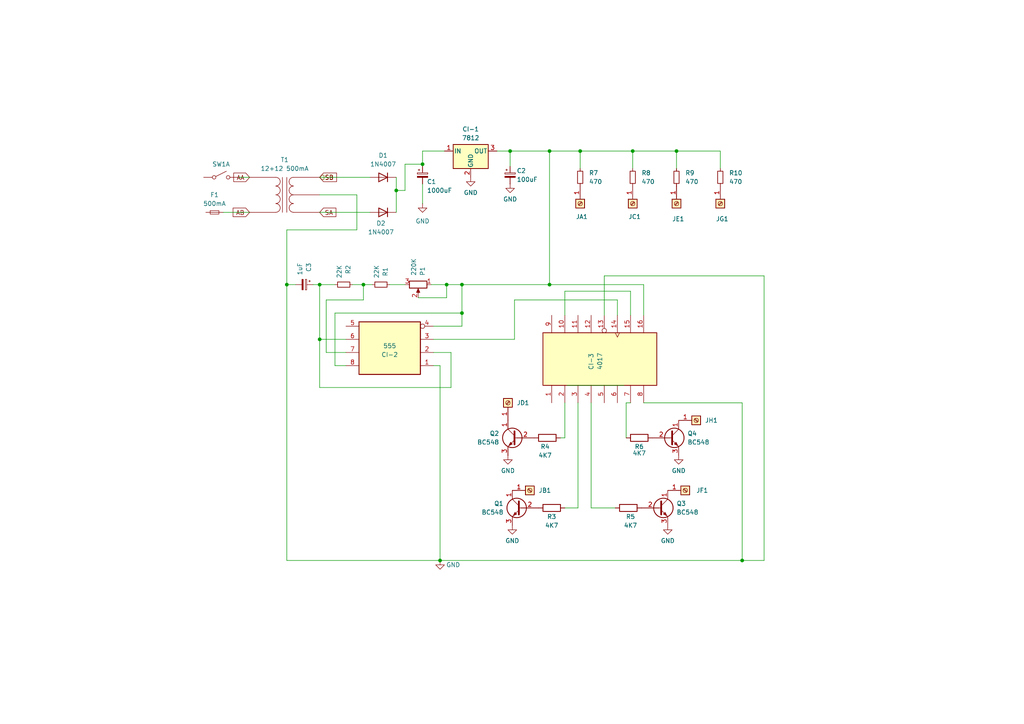
<source format=kicad_sch>
(kicad_sch (version 20231120) (generator "eeschema") (generator_version "8.0")
  (paper "A4")
  (title_block (title "Pisca de Natal - Sem Led"))
  (lib_symbols
    (symbol "4xxx:4017" (pin_names (offset 1.016) hide)
      (property "Reference" "CI-3" (at -3.175 1.27 0))
      (property "Value" "4017" (at -3.175 -1.27 0))
      (symbol "4017_1_0"
        (pin output line (at -12.7 12.7 0) (length 5.08) (name "Q5") (number "1"))
        (pin output line (at 12.7 8.89 180) (length 5.08) (name "Q4") (number "10"))
        (pin output line (at 12.7 5.08 180) (length 5.08) (name "Q9") (number "11"))
        (pin output line (at 12.7 1.27 180) (length 5.08) (name "Cout") (number "12"))
        (pin input inverted (at 12.7 -2.54 180) (length 5.08) (name "CKEN") (number "13"))
        (pin input clock (at 12.7 -6.35 180) (length 5.08) (name "CLK") (number "14"))
        (pin input line (at 12.7 -10.16 180) (length 5.08) (name "Reset") (number "15"))
        (pin power_in line (at 12.7 -13.97 180) (length 5.08) (name "VDD") (number "16"))
        (pin output line (at -12.7 8.89 0) (length 5.08) (name "Q1") (number "2"))
        (pin output line (at -12.7 5.08 0) (length 5.08) (name "Q0") (number "3"))
        (pin output line (at -12.7 1.27 0) (length 5.08) (name "Q2") (number "4"))
        (pin output line (at -12.7 -2.54 0) (length 5.08) (name "Q6") (number "5"))
        (pin output line (at -12.7 -6.35 0) (length 5.08) (name "Q7") (number "6"))
        (pin output line (at -12.7 -10.16 0) (length 5.08) (name "Q3") (number "7"))
        (pin power_in line (at -12.7 -13.97 0) (length 5.08) (name "VSS") (number "8"))
        (pin output line (at 12.7 12.7 180) (length 5.08) (name "Q8") (number "9"))
      )
      (symbol "4017_1_1"
        (rectangle (start -7.62 15.24) (end 7.62 -17.78) (stroke (width 0.254)) (fill (type background)))
      )
    )
    (symbol "Connector:Screw_Terminal_01x01" (pin_names (offset 1.016) hide)
      (property "Reference" "J" (at 0 2.54 0))
      (property "Value" "Screw_Terminal_01x01" (at 0 -2.54 0))
      (symbol "Screw_Terminal_01x01_1_1"
        (rectangle (start -1.27 1.27) (end 1.27 -1.27) (stroke (width 0.254)) (fill (type background)))
        (polyline (pts (xy -0.5334 0.3302) (xy 0.3302 -0.508)) (stroke (width 0.1524)))
        (polyline (pts (xy -0.3556 0.508) (xy 0.508 -0.3302)) (stroke (width 0.1524)))
        (circle (center 0 0) (radius 0.635) (stroke (width 0.1524)))
        (pin passive line (at -5.08 0 0) (length 3.81) (name "Pin_1") (number "1"))
      )
    )
    (symbol "Device:C_Polarized_Small" (pin_numbers hide) (pin_names (offset 0.254) hide)
      (property "Reference" "C" (at 0.254 1.778 0))
      (property "Value" "C_Polarized_Small" (at 0.254 -2.032 0))
      (symbol "C_Polarized_Small_0_1"
        (rectangle (start -1.524 -0.3048) (end 1.524 -0.6858) (fill (type outline)))
        (rectangle (start -1.524 0.6858) (end 1.524 0.3048))
        (polyline (pts (xy -1.27 1.524) (xy -0.762 1.524)))
        (polyline (pts (xy -1.016 1.27) (xy -1.016 1.778)))
      )
      (symbol "C_Polarized_Small_1_1"
        (pin passive line (at 0 2.54 270) (length 1.8542) (name "~") (number "1"))
        (pin passive line (at 0 -2.54 90) (length 1.8542) (name "~") (number "2"))
      )
    )
    (symbol "Device:Fuse_Small" (pin_numbers hide) (pin_names (offset 0.254) hide)
      (property "Reference" "F" (at 0 -1.524 0))
      (property "Value" "Fuse_Small" (at 0 1.524 0))
      (symbol "Fuse_Small_0_1"
        (rectangle (start -1.27 0.508) (end 1.27 -0.508))
        (polyline (pts (xy -1.27 0) (xy 1.27 0)))
      )
      (symbol "Fuse_Small_1_1"
        (pin passive line (at -2.54 0 0) (length 1.27) (name "~") (number "1"))
        (pin passive line (at 2.54 0 180) (length 1.27) (name "~") (number "2"))
      )
    )
    (symbol "Device:R" (pin_numbers hide) (pin_names (offset 0))
      (property "Reference" "R" (at 2.032 0 90))
      (property "Value" "R" (at 0 0 90))
      (symbol "R_0_1"
        (rectangle (start -1.016 -2.54) (end 1.016 2.54) (stroke (width 0.254)))
      )
      (symbol "R_1_1"
        (pin passive line (at 0 3.81 270) (length 1.27) (name "~") (number "1"))
        (pin passive line (at 0 -3.81 90) (length 1.27) (name "~") (number "2"))
      )
    )
    (symbol "Device:R_Potentiometer" (pin_names (offset 1.016) hide)
      (property "Reference" "RV" (at -4.445 0 90))
      (property "Value" "R_Potentiometer" (at -2.54 0 90))
      (symbol "R_Potentiometer_0_1"
        (polyline (pts (xy 2.54 0) (xy 1.524 0)))
        (polyline (pts (xy 1.143 0) (xy 2.286 0.508) (xy 2.286 -0.508) (xy 1.143 0)) (fill (type outline)))
        (rectangle (start 1.016 2.54) (end -1.016 -2.54) (stroke (width 0.254)))
      )
      (symbol "R_Potentiometer_1_1"
        (pin passive line (at 0 3.81 270) (length 1.27) (name "1") (number "1"))
        (pin passive line (at 3.81 0 180) (length 1.27) (name "2") (number "2"))
        (pin passive line (at 0 -3.81 90) (length 1.27) (name "3") (number "3"))
      )
    )
    (symbol "Device:R_Small" (pin_numbers hide) (pin_names (offset 0.254) hide)
      (property "Reference" "R" (at 0.762 0.508 0))
      (property "Value" "R_Small" (at 0.762 -1.016 0))
      (symbol "R_Small_0_1"
        (rectangle (start -0.762 1.778) (end 0.762 -1.778) (stroke (width 0.2032)))
      )
      (symbol "R_Small_1_1"
        (pin passive line (at 0 2.54 270) (length 0.762) (name "~") (number "1"))
        (pin passive line (at 0 -2.54 90) (length 0.762) (name "~") (number "2"))
      )
    )
    (symbol "Device:Transformer_1P_SS" (pin_numbers hide) (pin_names (offset 1.016) hide)
      (property "Reference" "T" (at 0 6.35 0))
      (property "Value" "Transformer_1P_SS" (at 0 -7.62 0))
      (symbol "Transformer_1P_SS_0_1"
        (arc (start -2.54 -5.0546) (mid -1.6599 -4.6901) (end -1.27 -3.81))
        (arc (start -2.54 -2.5146) (mid -1.6599 -2.1501) (end -1.27 -1.27))
        (arc (start -2.54 0.0254) (mid -1.6599 0.3899) (end -1.27 1.27))
        (arc (start -2.54 2.5654) (mid -1.6599 2.9299) (end -1.27 3.81))
        (arc (start -1.27 -3.81) (mid -1.642 -2.912) (end -2.54 -2.54))
        (arc (start -1.27 -1.27) (mid -1.642 -0.372) (end -2.54 0))
        (arc (start -1.27 1.27) (mid -1.642 2.168) (end -2.54 2.54))
        (arc (start -1.27 3.81) (mid -1.642 4.708) (end -2.54 5.08))
        (polyline (pts (xy -0.635 5.08) (xy -0.635 -5.08)))
        (polyline (pts (xy 0.635 -5.08) (xy 0.635 5.08)))
        (arc (start 1.2954 -1.27) (mid 1.6599 -2.1501) (end 2.54 -2.5146))
        (arc (start 1.2954 1.27) (mid 1.6599 0.3899) (end 2.54 0.0254))
        (arc (start 1.2954 3.81) (mid 1.6599 2.9299) (end 2.54 2.5654))
        (arc (start 1.3208 -3.81) (mid 1.6853 -4.6901) (end 2.5654 -5.0546))
        (arc (start 2.54 0) (mid 1.642 -0.372) (end 1.2954 -1.27))
        (arc (start 2.54 2.54) (mid 1.642 2.168) (end 1.2954 1.27))
        (arc (start 2.54 5.08) (mid 1.642 4.708) (end 1.2954 3.81))
        (arc (start 2.5654 -2.54) (mid 1.6674 -2.912) (end 1.3208 -3.81))
      )
      (symbol "Transformer_1P_SS_1_1"
        (pin passive line (at -10.16 5.08 0) (length 7.62) (name "AA") (number "1"))
        (pin passive line (at -10.16 -5.08 0) (length 7.62) (name "AB") (number "2"))
        (pin passive line (at 10.16 -5.08 180) (length 7.62) (name "SA") (number "3"))
        (pin passive line (at 10.16 0 180) (length 7.62) (name "SC") (number "4"))
        (pin passive line (at 10.16 5.08 180) (length 7.62) (name "SB") (number "5"))
      )
    )
    (symbol "Diode:1N4007" (pin_numbers hide) (pin_names hide)
      (property "Reference" "D" (at 0 2.54 0))
      (property "Value" "1N4007" (at 0 -2.54 0))
      (symbol "1N4007_0_1"
        (polyline (pts (xy -1.27 1.27) (xy -1.27 -1.27)) (stroke (width 0.254)))
        (polyline (pts (xy 1.27 0) (xy -1.27 0)))
        (polyline (pts (xy 1.27 1.27) (xy 1.27 -1.27) (xy -1.27 0) (xy 1.27 1.27)) (stroke (width 0.254)))
      )
      (symbol "1N4007_1_1"
        (pin passive line (at -3.81 0 0) (length 2.54) (name "K") (number "1"))
        (pin passive line (at 3.81 0 180) (length 2.54) (name "A") (number "2"))
      )
    )
    (symbol "ICM7555xB_1" (pin_names hide)
      (property "Reference" "CI-2" (at 0 1.905 0))
      (property "Value" "555" (at 0 -0.635 0))
      (symbol "ICM7555xB_1_0_1"
        (rectangle (start -8.89 -7.62) (end 8.89 7.62) (stroke (width 0.254)) (fill (type background)))
        (rectangle (start -8.89 -7.62) (end 8.89 7.62) (stroke (width 0.254)) (fill (type background)))
      )
      (symbol "ICM7555xB_1_1_0"
        (pin power_in line (at -12.7 5.08 0) (length 3.81) (name "GND") (number "1"))
        (pin power_in line (at 12.7 5.08 180) (length 3.81) (name "VCC") (number "8"))
      )
      (symbol "ICM7555xB_1_1_1"
        (pin input line (at -12.7 1.27 0) (length 3.81) (name "TR") (number "2"))
        (pin output line (at -12.7 -2.54 0) (length 3.81) (name "Q") (number "3"))
        (pin input inverted (at -12.7 -6.35 0) (length 3.81) (name "R") (number "4"))
        (pin input line (at 12.7 -6.35 180) (length 3.81) (name "CV") (number "5"))
        (pin input line (at 12.7 -2.54 180) (length 3.81) (name "THR") (number "6"))
        (pin input line (at 12.7 1.27 180) (length 3.81) (name "DIS") (number "7"))
      )
    )
    (symbol "Regulator_Linear:L7812" (pin_names (offset 0.254))
      (property "Reference" "U" (at -3.81 3.175 0))
      (property "Value" "L7812" (at 0 3.175 0))
      (symbol "L7812_0_1"
        (rectangle (start -5.08 1.905) (end 5.08 -5.08) (stroke (width 0.254)) (fill (type background)))
      )
      (symbol "L7812_1_1"
        (pin power_in line (at -7.62 0 0) (length 2.54) (name "IN") (number "1"))
        (pin power_in line (at 0 -7.62 90) (length 2.54) (name "GND") (number "2"))
        (pin power_out line (at 7.62 0 180) (length 2.54) (name "OUT") (number "3"))
      )
    )
    (symbol "Switch:SW_DPST_x2" (pin_numbers hide) (pin_names (offset 0) hide)
      (property "Reference" "SW" (at 0 3.175 0))
      (property "Value" "SW_DPST_x2" (at 0 -2.54 0))
      (symbol "SW_DPST_x2_0_0"
        (circle (center -2.032 0) (radius 0.508))
        (polyline (pts (xy -1.524 0.254) (xy 1.524 1.778)))
        (circle (center 2.032 0) (radius 0.508))
      )
      (symbol "SW_DPST_x2_1_1"
        (pin passive line (at -5.08 0 0) (length 2.54) (name "A") (number "1"))
        (pin passive line (at 5.08 0 180) (length 2.54) (name "B") (number "2"))
      )
      (symbol "SW_DPST_x2_2_1"
        (pin passive line (at -5.08 0 0) (length 2.54) (name "A") (number "3"))
        (pin passive line (at 5.08 0 180) (length 2.54) (name "B") (number "4"))
      )
    )
    (symbol "Transistor_BJT:BC548" (pin_names (offset 0) hide)
      (property "Reference" "Q" (at 5.08 1.905 0))
      (property "Value" "BC548" (at 5.08 0 0))
      (symbol "BC548_0_1"
        (polyline (pts (xy 0 0) (xy 0.635 0)))
        (polyline (pts (xy 0.635 0.635) (xy 2.54 2.54)))
        (polyline (pts (xy 0.635 -0.635) (xy 2.54 -2.54) (xy 2.54 -2.54)))
        (polyline (pts (xy 0.635 1.905) (xy 0.635 -1.905) (xy 0.635 -1.905)) (stroke (width 0.508)))
        (polyline (pts (xy 1.27 -1.778) (xy 1.778 -1.27) (xy 2.286 -2.286) (xy 1.27 -1.778) (xy 1.27 -1.778)) (fill (type outline)))
        (circle (center 1.27 0) (radius 2.8194) (stroke (width 0.254)))
      )
      (symbol "BC548_1_1"
        (pin passive line (at 2.54 5.08 270) (length 2.54) (name "C") (number "1"))
        (pin input line (at -5.08 0 0) (length 5.08) (name "B") (number "2"))
        (pin passive line (at 2.54 -5.08 90) (length 2.54) (name "E") (number "3"))
      )
    )
    (symbol "power:GND" (power) (pin_numbers hide) (pin_names (offset 0) hide)
      (property "Value" "GND" (at 0 -3.81 0))
      (symbol "GND_0_1"
        (polyline (pts (xy 0 0) (xy 0 -1.27) (xy 1.27 -1.27) (xy 0 -2.54) (xy -1.27 -1.27) (xy 0 -1.27)))
      )
      (symbol "GND_1_1"
        (pin power_in line (at 0 0 270) (length 0) (name "~") (number "1"))
      )
    )
  )
  (junction (at 92.71 98.425))
  (junction (at 114.935 55.245))
  (junction (at 129.54 82.55))
  (junction (at 147.955 43.815))
  (junction (at 168.275 43.815))
  (junction (at 127.635 162.56))
  (junction (at 196.215 43.815))
  (junction (at 105.41 82.55))
  (junction (at 92.71 82.55))
  (junction (at 122.555 47.625))
  (junction (at 83.185 82.55))
  (junction (at 133.985 82.55))
  (junction (at 183.515 43.815))
  (junction (at 133.985 90.805))
  (junction (at 159.385 82.55))
  (junction (at 215.265 162.56))
  (junction (at 159.385 43.815))
  (wire (pts (xy 121.285 86.36) (xy 129.54 86.36)))
  (wire (pts (xy 147.955 43.815) (xy 144.145 43.815)))
  (wire (pts (xy 103.505 56.515) (xy 103.505 66.675)))
  (wire (pts (xy 129.54 82.55) (xy 133.985 82.55)))
  (wire (pts (xy 163.83 91.44) (xy 163.83 84.455)))
  (wire (pts (xy 130.81 112.395) (xy 92.71 112.395)))
  (wire (pts (xy 72.39 61.595) (xy 64.77 61.595)))
  (wire (pts (xy 159.385 82.55) (xy 186.69 82.55)))
  (wire (pts (xy 125.73 94.615) (xy 133.985 94.615)))
  (wire (pts (xy 186.69 91.44) (xy 186.69 82.55)))
  (wire (pts (xy 179.07 86.995) (xy 179.07 91.44)))
  (wire (pts (xy 186.69 116.84) (xy 215.265 116.84)))
  (wire (pts (xy 122.555 47.625) (xy 122.555 48.26)))
  (wire (pts (xy 208.915 43.815) (xy 208.915 48.895)))
  (wire (pts (xy 92.71 98.425) (xy 92.71 112.395)))
  (wire (pts (xy 83.185 66.675) (xy 83.185 82.55)))
  (wire (pts (xy 181.61 116.84) (xy 182.88 116.84)))
  (wire (pts (xy 122.555 43.815) (xy 128.905 43.815)))
  (wire (pts (xy 175.26 91.44) (xy 175.26 80.01)))
  (wire (pts (xy 102.235 82.55) (xy 105.41 82.55)))
  (wire (pts (xy 97.155 106.045) (xy 100.33 106.045)))
  (wire (pts (xy 159.385 43.815) (xy 159.385 82.55)))
  (wire (pts (xy 168.275 43.815) (xy 183.515 43.815)))
  (wire (pts (xy 147.955 43.815) (xy 159.385 43.815)))
  (wire (pts (xy 92.71 51.435) (xy 107.315 51.435)))
  (wire (pts (xy 149.225 86.995) (xy 179.07 86.995)))
  (wire (pts (xy 94.615 102.235) (xy 94.615 86.995)))
  (wire (pts (xy 159.385 43.815) (xy 168.275 43.815)))
  (wire (pts (xy 181.61 116.84) (xy 181.61 127)))
  (wire (pts (xy 114.935 55.245) (xy 114.935 61.595)))
  (wire (pts (xy 221.615 80.01) (xy 221.615 162.56)))
  (wire (pts (xy 114.935 51.435) (xy 114.935 55.245)))
  (wire (pts (xy 163.83 84.455) (xy 182.88 84.455)))
  (wire (pts (xy 182.88 84.455) (xy 182.88 91.44)))
  (wire (pts (xy 183.515 43.815) (xy 183.515 48.895)))
  (wire (pts (xy 125.095 82.55) (xy 129.54 82.55)))
  (wire (pts (xy 163.83 147.32) (xy 167.64 147.32)))
  (wire (pts (xy 83.185 66.675) (xy 103.505 66.675)))
  (wire (pts (xy 92.71 98.425) (xy 100.33 98.425)))
  (wire (pts (xy 168.275 43.815) (xy 168.275 48.895)))
  (wire (pts (xy 162.56 127) (xy 163.83 127)))
  (wire (pts (xy 90.805 82.55) (xy 92.71 82.55)))
  (wire (pts (xy 103.505 56.515) (xy 92.71 56.515)))
  (wire (pts (xy 149.225 86.995) (xy 149.225 98.425)))
  (wire (pts (xy 215.265 116.84) (xy 215.265 162.56)))
  (wire (pts (xy 69.215 51.435) (xy 72.39 51.435)))
  (wire (pts (xy 117.475 47.625) (xy 117.475 55.245)))
  (wire (pts (xy 97.155 90.805) (xy 133.985 90.805)))
  (wire (pts (xy 171.45 116.84) (xy 171.45 147.32)))
  (wire (pts (xy 133.985 94.615) (xy 133.985 90.805)))
  (wire (pts (xy 105.41 82.55) (xy 107.95 82.55)))
  (wire (pts (xy 122.555 43.815) (xy 122.555 47.625)))
  (wire (pts (xy 94.615 86.995) (xy 105.41 86.995)))
  (wire (pts (xy 92.71 98.425) (xy 92.71 82.55)))
  (wire (pts (xy 130.81 102.235) (xy 125.73 102.235)))
  (wire (pts (xy 175.26 80.01) (xy 221.615 80.01)))
  (wire (pts (xy 196.215 43.815) (xy 208.915 43.815)))
  (wire (pts (xy 163.83 116.84) (xy 163.83 127)))
  (wire (pts (xy 130.81 102.235) (xy 130.81 112.395)))
  (wire (pts (xy 83.185 82.55) (xy 85.725 82.55)))
  (wire (pts (xy 215.265 162.56) (xy 221.615 162.56)))
  (wire (pts (xy 196.215 43.815) (xy 196.215 48.895)))
  (wire (pts (xy 92.71 82.55) (xy 97.155 82.55)))
  (wire (pts (xy 149.225 98.425) (xy 125.73 98.425)))
  (wire (pts (xy 171.45 147.32) (xy 178.435 147.32)))
  (wire (pts (xy 97.155 90.805) (xy 97.155 106.045)))
  (wire (pts (xy 83.185 162.56) (xy 127.635 162.56)))
  (wire (pts (xy 122.555 53.34) (xy 122.555 59.055)))
  (wire (pts (xy 105.41 82.55) (xy 105.41 86.995)))
  (wire (pts (xy 147.955 48.26) (xy 147.955 43.815)))
  (wire (pts (xy 125.73 106.045) (xy 127.635 106.045)))
  (wire (pts (xy 127.635 162.56) (xy 215.265 162.56)))
  (wire (pts (xy 100.33 102.235) (xy 94.615 102.235)))
  (wire (pts (xy 133.985 82.55) (xy 133.985 90.805)))
  (wire (pts (xy 92.71 61.595) (xy 107.315 61.595)))
  (wire (pts (xy 164.465 111.76) (xy 180.975 111.76)))
  (wire (pts (xy 83.185 162.56) (xy 83.185 82.55)))
  (wire (pts (xy 129.54 86.36) (xy 129.54 82.55)))
  (wire (pts (xy 167.64 147.32) (xy 167.64 116.84)))
  (wire (pts (xy 127.635 106.045) (xy 127.635 162.56)))
  (wire (pts (xy 117.475 47.625) (xy 122.555 47.625)))
  (wire (pts (xy 183.515 43.815) (xy 196.215 43.815)))
  (wire (pts (xy 117.475 55.245) (xy 114.935 55.245)))
  (wire (pts (xy 133.985 82.55) (xy 159.385 82.55)))
  (wire (pts (xy 117.475 82.55) (xy 113.03 82.55)))
  (global_label "SA" (shape input) (at 92.71 61.595 0) (property "Intersheetrefs" "${INTERSHEET_REFS}" (effects (hide yes))))
  (global_label "AA" (shape input) (at 72.39 51.435 180) (property "Intersheetrefs" "${INTERSHEET_REFS}" (effects (hide yes))))
  (global_label "SB" (shape input) (at 92.71 51.435 0) (property "Intersheetrefs" "${INTERSHEET_REFS}" (effects (hide yes))))
  (global_label "AB" (shape input) (at 72.39 61.595 180) (property "Intersheetrefs" "${INTERSHEET_REFS}" (effects (hide yes))))
  (hierarchical_label "SB" (shape input) (at 92.71 51.435 0))
  (symbol (lib_id "Connector:Screw_Terminal_01x01") (at 196.215 59.055 270) (unit 1)
    (property "Reference" "JE1" (at 194.945 63.5 90) (effects (justify left)))
    (property "Value" "Screw_Terminal_01x01" (effects (hide yes)))
    (property "Footprint" "Connector_Wire:SolderWire-0.5sqmm_1x01_D0.9mm_OD2.1mm" (effects (hide yes)))
    (property "Description" "Generic screw terminal, single row, 01x01, script generated (kicad-library-utils/schlib/autogen/connector/)" (effects (hide yes)))
  )
  (symbol (lib_id "Connector:Screw_Terminal_01x01") (at 153.67 142.24 0) (unit 1)
    (property "Reference" "JB1" (at 156.21 142.2399 0) (effects (justify left)))
    (property "Value" "Screw_Terminal_01x01" (effects (hide yes)))
    (property "Footprint" "Connector_Wire:SolderWire-0.5sqmm_1x01_D0.9mm_OD2.1mm" (effects (hide yes)))
    (property "Description" "Generic screw terminal, single row, 01x01, script generated (kicad-library-utils/schlib/autogen/connector/)" (effects (hide yes)))
  )
  (symbol (lib_id "Switch:SW_DPST_x2") (at 64.135 51.435 0) (unit 1)
    (property "Reference" "SW1" (at 64.135 47.625 0))
    (property "Footprint" "Button_Switch_SMD:SW_DIP_SPSTx01_Slide_6.7x4.1mm_W6.73mm_P2.54mm_LowProfile_JPin" (effects (hide yes)))
    (property "Description" "Single Pole Single Throw (SPST) switch, separate symbol" (effects (hide yes)))
  )
  (symbol (lib_id "Device:R") (at 160.02 147.32 90) (mirror x) (unit 1)
    (property "Reference" "R3" (at 160.02 149.86 90))
    (property "Value" "4K7" (at 160.02 152.4 90))
    (property "Footprint" "Resistor_THT:R_Axial_DIN0204_L3.6mm_D1.6mm_P1.90mm_Vertical" (effects (hide yes)))
    (property "Description" "Resistor" (effects (hide yes)))
  )
  (symbol (lib_id "power:GND") (at 193.675 152.4 0) (unit 1)
    (property "Reference" "#PWR09" (effects (hide yes)))
    (property "Value" "GND" (at 193.675 156.845 0))
    (property "Description" "Power symbol creates a global label with name \"GND\" , ground" (effects (hide yes)))
  )
  (symbol (lib_id "Connector:Screw_Terminal_01x01") (at 201.93 121.92 0) (unit 1)
    (property "Reference" "JH1" (at 204.47 121.9199 0) (effects (justify left)))
    (property "Value" "Screw_Terminal_01x01" (effects (hide yes)))
    (property "Footprint" "Connector_Wire:SolderWire-0.5sqmm_1x01_D0.9mm_OD2.1mm" (effects (hide yes)))
    (property "Description" "Generic screw terminal, single row, 01x01, script generated (kicad-library-utils/schlib/autogen/connector/)" (effects (hide yes)))
  )
  (symbol (lib_id "Device:R_Potentiometer") (at 121.285 82.55 270) (unit 1)
    (property "Reference" "P1" (at 122.555 80.01 0) (effects (justify right)))
    (property "Value" "220K" (at 120.015 80.01 0) (effects (justify right)))
    (property "Footprint" "Potentiometer_THT:Potentiometer_Vishay_T93YA_Vertical" (effects (hide yes)))
    (property "Description" "Potentiometer" (effects (hide yes)))
  )
  (symbol (lib_name "ICM7555xB_1") (lib_id "Timer:ICM7555xB") (at 113.03 100.965 180) (unit 1)
    (property "Reference" "CI-2" (at 113.03 102.87 0))
    (property "Value" "555" (at 113.03 100.33 0))
    (property "Footprint" "Package_DIP:CERDIP-8_W7.62mm_SideBrazed" (effects (hide yes)))
  )
  (symbol (lib_id "Transistor_BJT:BC548") (at 149.86 127 0) (mirror y) (unit 1)
    (property "Reference" "Q2" (at 144.78 125.7299 0) (effects (justify left)))
    (property "Value" "BC548" (at 144.78 128.2699 0) (effects (justify left)))
    (property "Footprint" "Package_TO_SOT_THT:TO-92L_Inline" (effects (hide yes)))
    (property "Datasheet" "https://www.onsemi.com/pub/Collateral/BC550-D.pdf" (effects (hide yes)))
    (property "Description" "0.1A Ic, 30V Vce, Small Signal NPN Transistor, TO-92" (effects (hide yes)))
  )
  (symbol (lib_id "Connector:Screw_Terminal_01x01") (at 183.515 59.055 270) (unit 1)
    (property "Reference" "JC1" (at 182.245 62.865 90) (effects (justify left)))
    (property "Value" "Screw_Terminal_01x01" (effects (hide yes)))
    (property "Description" "Generic screw terminal, single row, 01x01, script generated (kicad-library-utils/schlib/autogen/connector/)" (effects (hide yes)))
  )
  (symbol (lib_id "Connector:Screw_Terminal_01x01") (at 147.32 116.84 90) (unit 1)
    (property "Reference" "JD1" (at 149.86 116.8399 90) (effects (justify right)))
    (property "Value" "Screw_Terminal_01x01" (effects (hide yes)))
    (property "Footprint" "Connector_Wire:SolderWire-0.5sqmm_1x01_D0.9mm_OD2.1mm" (effects (hide yes)))
    (property "Description" "Generic screw terminal, single row, 01x01, script generated (kicad-library-utils/schlib/autogen/connector/)" (effects (hide yes)))
  )
  (symbol (lib_id "4xxx:4017") (at 172.72 104.14 90) (unit 1)
    (property "Reference" "CI-3" (at 171.45 107.315 0) (effects (justify left)))
    (property "Value" "4017" (at 173.99 107.315 0) (effects (justify left)))
    (property "Footprint" "Package_DIP:DIP-16_W10.16mm" (effects (hide yes)))
  )
  (symbol (lib_id "Device:R_Small") (at 168.275 51.435 0) (unit 1)
    (property "Reference" "R7" (at 170.815 50.1649 0) (effects (justify left)))
    (property "Value" "470" (at 170.815 52.7049 0) (effects (justify left)))
    (property "Footprint" "Resistor_THT:R_Axial_DIN0204_L3.6mm_D1.6mm_P1.90mm_Vertical" (effects (hide yes)))
    (property "Description" "Resistor, small symbol" (effects (hide yes)))
  )
  (symbol (lib_id "Connector:Screw_Terminal_01x01") (at 208.915 59.055 270) (unit 1)
    (property "Reference" "JG1" (at 207.645 63.5 90) (effects (justify left)))
    (property "Value" "Screw_Terminal_01x01" (effects (hide yes)))
    (property "Footprint" "Connector_Wire:SolderWire-0.5sqmm_1x01_D0.9mm_OD2.1mm" (effects (hide yes)))
    (property "Description" "Generic screw terminal, single row, 01x01, script generated (kicad-library-utils/schlib/autogen/connector/)" (effects (hide yes)))
  )
  (symbol (lib_id "power:GND") (at 122.555 59.055 0) (unit 1)
    (property "Reference" "#PWR02" (effects (hide yes)))
    (property "Value" "GND" (at 122.555 64.135 0))
    (property "Description" "Power symbol creates a global label with name \"GND\" , ground" (effects (hide yes)))
  )
  (symbol (lib_id "power:GND") (at 147.955 53.34 0) (unit 1)
    (property "Reference" "#PWR013" (effects (hide yes)))
    (property "Value" "GND" (at 147.955 57.785 0))
    (property "Description" "Power symbol creates a global label with name \"GND\" , ground" (effects (hide yes)))
  )
  (symbol (lib_id "Diode:1N4007") (at 111.125 61.595 180) (unit 1)
    (property "Reference" "D2" (at 110.49 64.77 0))
    (property "Value" "1N4007" (at 110.49 67.31 0))
    (property "Footprint" "Diode_THT:D_T-1_P10.16mm_Horizontal" (effects (hide yes)))
    (property "Datasheet" "http://www.vishay.com/docs/88503/1n4001.pdf" (effects (hide yes)))
    (property "Description" "1000V 1A General Purpose Rectifier Diode, DO-41" (effects (hide yes)))
    (property "Sim.Device" "D" (effects (hide yes)))
    (property "Sim.Pins" "1=K 2=A" (effects (hide yes)))
  )
  (symbol (lib_id "power:GND") (at 148.59 152.4 0) (mirror y) (unit 1)
    (property "Reference" "#PWR07" (effects (hide yes)))
    (property "Value" "GND" (at 148.59 156.845 0))
    (property "Description" "Power symbol creates a global label with name \"GND\" , ground" (effects (hide yes)))
  )
  (symbol (lib_id "Device:R_Small") (at 99.695 82.55 270) (unit 1)
    (property "Reference" "R2" (at 100.965 76.835 0) (effects (justify left)))
    (property "Value" "22K" (at 98.425 76.835 0) (effects (justify left)))
    (property "Footprint" "Resistor_THT:R_Axial_DIN0204_L3.6mm_D1.6mm_P5.08mm_Vertical" (effects (hide yes)))
    (property "Description" "Resistor, small symbol" (effects (hide yes)))
  )
  (symbol (lib_id "power:GND") (at 127.635 162.56 0) (unit 1)
    (property "Reference" "#PWR06" (effects (hide yes)))
    (property "Value" "GND" (at 131.445 163.83 0))
    (property "Description" "Power symbol creates a global label with name \"GND\" , ground" (effects (hide yes)))
  )
  (symbol (lib_id "Device:Fuse_Small") (at 62.23 61.595 0) (unit 1)
    (property "Reference" "F1" (at 62.23 56.515 0))
    (property "Value" "500mA" (at 62.23 59.055 0))
    (property "Footprint" "Fuse:Fuse_1812_4532Metric" (effects (hide yes)))
    (property "Description" "Fuse, small symbol" (effects (hide yes)))
  )
  (symbol (lib_id "power:GND") (at 196.85 132.08 0) (unit 1)
    (property "Reference" "#PWR010" (effects (hide yes)))
    (property "Value" "GND" (at 196.85 136.525 0))
    (property "Description" "Power symbol creates a global label with name \"GND\" , ground" (effects (hide yes)))
  )
  (symbol (lib_id "Diode:1N4007") (at 111.125 51.435 180) (unit 1)
    (property "Reference" "D1" (at 111.125 45.085 0))
    (property "Value" "1N4007" (at 111.125 47.625 0))
    (property "Footprint" "Diode_THT:D_T-1_P10.16mm_Horizontal" (effects (hide yes)))
    (property "Datasheet" "http://www.vishay.com/docs/88503/1n4001.pdf" (effects (hide yes)))
    (property "Description" "1000V 1A General Purpose Rectifier Diode, DO-41" (effects (hide yes)))
    (property "Sim.Device" "D" (effects (hide yes)))
    (property "Sim.Pins" "1=K 2=A" (effects (hide yes)))
  )
  (symbol (lib_id "Device:Transformer_1P_SS") (at 82.55 56.515 0) (unit 1)
    (property "Reference" "T1" (at 82.5627 46.355 0))
    (property "Value" "12+12 500mA" (at 82.5627 48.895 0))
    (property "Footprint" "Transformer_SMD:Transformer_MACOM_SM-22" (effects (hide yes)))
    (property "Description" "Transformer, single primary, split secondary" (effects (hide yes)))
  )
  (symbol (lib_id "Transistor_BJT:BC548") (at 191.135 147.32 0) (unit 1)
    (property "Reference" "Q3" (at 196.215 146.0499 0) (effects (justify left)))
    (property "Value" "BC548" (at 196.215 148.5899 0) (effects (justify left)))
    (property "Footprint" "Package_TO_SOT_THT:TO-92L_Inline" (effects (hide yes)))
    (property "Datasheet" "https://www.onsemi.com/pub/Collateral/BC550-D.pdf" (effects (hide yes)))
    (property "Description" "0.1A Ic, 30V Vce, Small Signal NPN Transistor, TO-92" (effects (hide yes)))
  )
  (symbol (lib_id "Device:R") (at 158.75 127 90) (mirror x) (unit 1)
    (property "Reference" "R4" (at 158.115 129.54 90))
    (property "Value" "4K7" (at 158.115 132.08 90))
    (property "Footprint" "Resistor_THT:R_Axial_DIN0204_L3.6mm_D1.6mm_P1.90mm_Vertical" (effects (hide yes)))
    (property "Description" "Resistor" (effects (hide yes)))
  )
  (symbol (lib_id "Device:C_Polarized_Small") (at 147.955 50.8 0) (unit 1)
    (property "Reference" "C2" (at 149.86 49.53 0) (effects (justify left)))
    (property "Value" "100uF" (at 149.86 52.07 0) (effects (justify left)))
    (property "Footprint" "Capacitor_SMD:CP_Elec_8x6.2" (effects (hide yes)))
    (property "Description" "Polarized capacitor, small symbol" (effects (hide yes)))
  )
  (symbol (lib_id "Device:R") (at 182.245 147.32 270) (unit 1)
    (property "Reference" "R5" (at 182.88 149.86 90))
    (property "Value" "4K7" (at 182.88 152.4 90))
    (property "Footprint" "Resistor_THT:R_Axial_DIN0204_L3.6mm_D1.6mm_P1.90mm_Vertical" (effects (hide yes)))
    (property "Description" "Resistor" (effects (hide yes)))
  )
  (symbol (lib_id "Device:C_Polarized_Small") (at 122.555 50.8 0) (unit 1)
    (property "Reference" "C1" (at 123.825 52.705 0) (effects (justify left)))
    (property "Value" "1000uF" (at 123.825 55.245 0) (effects (justify left)))
    (property "Footprint" "Capacitor_SMD:CP_Elec_8x5.4" (effects (hide yes)))
    (property "Description" "Polarized capacitor, small symbol" (effects (hide yes)))
  )
  (symbol (lib_id "Transistor_BJT:BC548") (at 194.31 127 0) (unit 1)
    (property "Reference" "Q4" (at 199.39 125.7299 0) (effects (justify left)))
    (property "Value" "BC548" (at 199.39 128.2699 0) (effects (justify left)))
    (property "Footprint" "Package_TO_SOT_THT:TO-92L_Inline" (effects (hide yes)))
    (property "Datasheet" "https://www.onsemi.com/pub/Collateral/BC550-D.pdf" (effects (hide yes)))
    (property "Description" "0.1A Ic, 30V Vce, Small Signal NPN Transistor, TO-92" (effects (hide yes)))
  )
  (symbol (lib_id "Connector:Screw_Terminal_01x01") (at 198.755 142.24 0) (unit 1)
    (property "Reference" "JF1" (at 201.93 142.2399 0) (effects (justify left)))
    (property "Value" "Screw_Terminal_01x01" (effects (hide yes)))
    (property "Footprint" "Connector_Wire:SolderWire-0.5sqmm_1x01_D0.9mm_OD2.1mm" (effects (hide yes)))
    (property "Description" "Generic screw terminal, single row, 01x01, script generated (kicad-library-utils/schlib/autogen/connector/)" (effects (hide yes)))
  )
  (symbol (lib_id "Device:R_Small") (at 110.49 82.55 270) (unit 1)
    (property "Reference" "R1" (at 111.76 77.47 0) (effects (justify left)))
    (property "Value" "22K" (at 109.22 76.835 0) (effects (justify left)))
    (property "Footprint" "Resistor_THT:R_Axial_DIN0204_L3.6mm_D1.6mm_P5.08mm_Vertical" (effects (hide yes)))
    (property "Description" "Resistor, small symbol" (effects (hide yes)))
  )
  (symbol (lib_id "Device:R") (at 185.42 127 270) (unit 1)
    (property "Reference" "R6" (at 185.42 129.54 90))
    (property "Value" "4K7" (at 185.42 131.445 90))
    (property "Footprint" "Resistor_THT:R_Axial_DIN0204_L3.6mm_D1.6mm_P1.90mm_Vertical" (effects (hide yes)))
    (property "Description" "Resistor" (effects (hide yes)))
  )
  (symbol (lib_id "Transistor_BJT:BC548") (at 151.13 147.32 0) (mirror y) (unit 1)
    (property "Reference" "Q1" (at 146.05 146.0499 0) (effects (justify left)))
    (property "Value" "BC548" (at 146.05 148.5899 0) (effects (justify left)))
    (property "Footprint" "Package_TO_SOT_THT:TO-92L_Inline" (effects (hide yes)))
    (property "Datasheet" "https://www.onsemi.com/pub/Collateral/BC550-D.pdf" (effects (hide yes)))
    (property "Description" "0.1A Ic, 30V Vce, Small Signal NPN Transistor, TO-92" (effects (hide yes)))
  )
  (symbol (lib_id "Connector:Screw_Terminal_01x01") (at 168.275 59.055 270) (unit 1)
    (property "Reference" "JA1" (at 167.005 62.865 90) (effects (justify left)))
    (property "Value" "Screw_Terminal_01x01" (effects (hide yes)))
    (property "Description" "Generic screw terminal, single row, 01x01, script generated (kicad-library-utils/schlib/autogen/connector/)" (effects (hide yes)))
  )
  (symbol (lib_id "Device:R_Small") (at 183.515 51.435 0) (unit 1)
    (property "Reference" "R8" (at 186.055 50.1649 0) (effects (justify left)))
    (property "Value" "470" (at 186.055 52.7049 0) (effects (justify left)))
    (property "Footprint" "Resistor_THT:R_Axial_DIN0204_L3.6mm_D1.6mm_P1.90mm_Vertical" (effects (hide yes)))
    (property "Description" "Resistor, small symbol" (effects (hide yes)))
  )
  (symbol (lib_id "Regulator_Linear:L7812") (at 136.525 43.815 0) (unit 1)
    (property "Reference" "CI-1" (at 136.525 37.465 0))
    (property "Value" "7812" (at 136.525 40.005 0))
    (property "Footprint" "Package_TO_SOT_THT:TO-3P-3_Vertical" (effects (hide yes)))
    (property "Datasheet" "http://www.st.com/content/ccc/resource/technical/document/datasheet/41/4f/b3/b0/12/d4/47/88/CD00000444.pdf/files/CD00000444.pdf/jcr:content/translations/en.CD00000444.pdf" (effects (hide yes)))
    (property "Description" "Positive 1.5A 35V Linear Regulator, Fixed Output 12V, TO-220/TO-263/TO-252" (effects (hide yes)))
  )
  (symbol (lib_id "Device:C_Polarized_Small") (at 88.265 82.55 270) (unit 1)
    (property "Reference" "C3" (at 89.535 76.2 0) (effects (justify left)))
    (property "Value" "1uF" (at 86.995 76.2 0) (effects (justify left)))
    (property "Footprint" "Capacitor_THT:CP_Radial_D10.0mm_P2.50mm" (effects (hide yes)))
    (property "Description" "Polarized capacitor, small symbol" (effects (hide yes)))
  )
  (symbol (lib_id "Device:R_Small") (at 208.915 51.435 0) (unit 1)
    (property "Reference" "R10" (at 211.455 50.1649 0) (effects (justify left)))
    (property "Value" "470" (at 211.455 52.7049 0) (effects (justify left)))
    (property "Footprint" "Resistor_THT:R_Axial_DIN0204_L3.6mm_D1.6mm_P1.90mm_Vertical" (effects (hide yes)))
    (property "Description" "Resistor, small symbol" (effects (hide yes)))
  )
  (symbol (lib_id "power:GND") (at 147.32 132.08 0) (mirror y) (unit 1)
    (property "Reference" "#PWR08" (effects (hide yes)))
    (property "Value" "GND" (at 147.32 136.525 0))
    (property "Description" "Power symbol creates a global label with name \"GND\" , ground" (effects (hide yes)))
  )
  (symbol (lib_id "Device:R_Small") (at 196.215 51.435 0) (unit 1)
    (property "Reference" "R9" (at 198.755 50.1649 0) (effects (justify left)))
    (property "Value" "470" (at 198.755 52.7049 0) (effects (justify left)))
    (property "Footprint" "Resistor_THT:R_Axial_DIN0204_L3.6mm_D1.6mm_P1.90mm_Vertical" (effects (hide yes)))
    (property "Description" "Resistor, small symbol" (effects (hide yes)))
  )
  (symbol (lib_id "power:GND") (at 136.525 51.435 0) (unit 1)
    (property "Reference" "#PWR01" (effects (hide yes)))
    (property "Value" "GND" (at 136.525 55.88 0))
    (property "Description" "Power symbol creates a global label with name \"GND\" , ground" (effects (hide yes)))
  )
)
</source>
